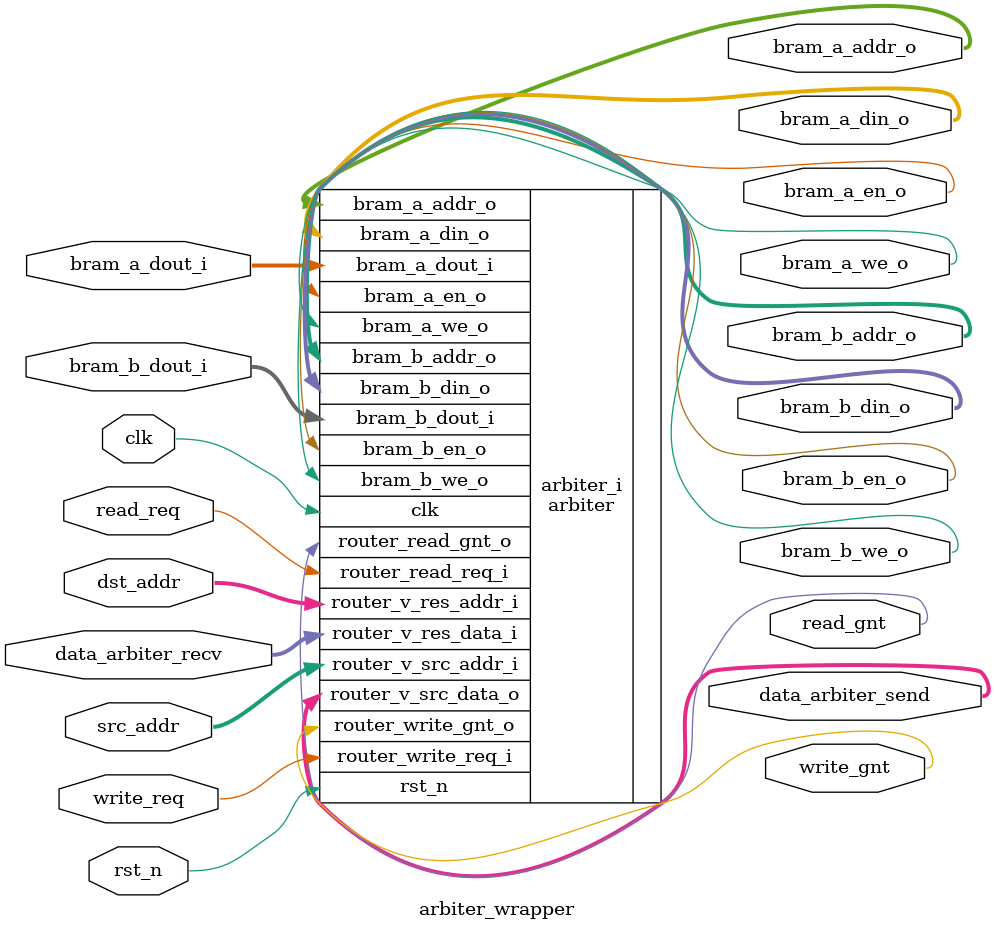
<source format=v>
`timescale 1ns / 1ps


module arbiter_wrapper
#(
    parameter VRF_ADDR_WIDTH = 10,
    parameter VRF_DATA_WIDTH = 1024
) (
    input clk,
    input rst_n,
    //BRAM port A
    output reg [VRF_ADDR_WIDTH-1:0] bram_a_addr_o,
    input [VRF_DATA_WIDTH-1:0] bram_a_dout_i,
    output reg [VRF_DATA_WIDTH-1:0] bram_a_din_o,
    output reg bram_a_en_o,
    output reg bram_a_we_o,

    //BRAM port B
    output reg [VRF_ADDR_WIDTH-1:0] bram_b_addr_o,
    input [VRF_DATA_WIDTH-1:0] bram_b_dout_i,
    output reg [VRF_DATA_WIDTH-1:0] bram_b_din_o,
    output reg bram_b_en_o,
    output reg bram_b_we_o,
    
     // Router interface
    input [VRF_ADDR_WIDTH-1:0] src_addr,
    output reg [VRF_DATA_WIDTH-1:0] data_arbiter_send,
    input read_req,
    output reg read_gnt,
    
    input [VRF_ADDR_WIDTH-1:0] dst_addr,
    input [VRF_DATA_WIDTH-1:0] data_arbiter_recv,
    input write_req,
    output reg write_gnt
    );
    arbiter arbiter_i(
        .clk(clk),
        .rst_n(rst_n),
        //BRAM port A
        .bram_a_addr_o(bram_a_addr_o),
        .bram_a_dout_i(bram_a_dout_i),
        .bram_a_din_o(bram_a_din_o),
        .bram_a_en_o(bram_a_en_o),
        .bram_a_we_o(bram_a_we_o),

        //BRAM port B
        .bram_b_addr_o(bram_b_addr_o),
        .bram_b_dout_i(bram_b_dout_i),
        .bram_b_din_o(bram_b_din_o),
        .bram_b_en_o(bram_b_en_o),
        .bram_b_we_o(bram_b_we_o),
        
        //Router interface
        .router_v_src_addr_i(src_addr),
        .router_v_src_data_o(data_arbiter_send),
        .router_read_req_i(read_req),
        .router_read_gnt_o(read_gnt),
        .router_v_res_addr_i(dst_addr),
        .router_v_res_data_i(data_arbiter_recv),
        .router_write_req_i(write_req),
        .router_write_gnt_o(write_gnt)
    );
    
endmodule

</source>
